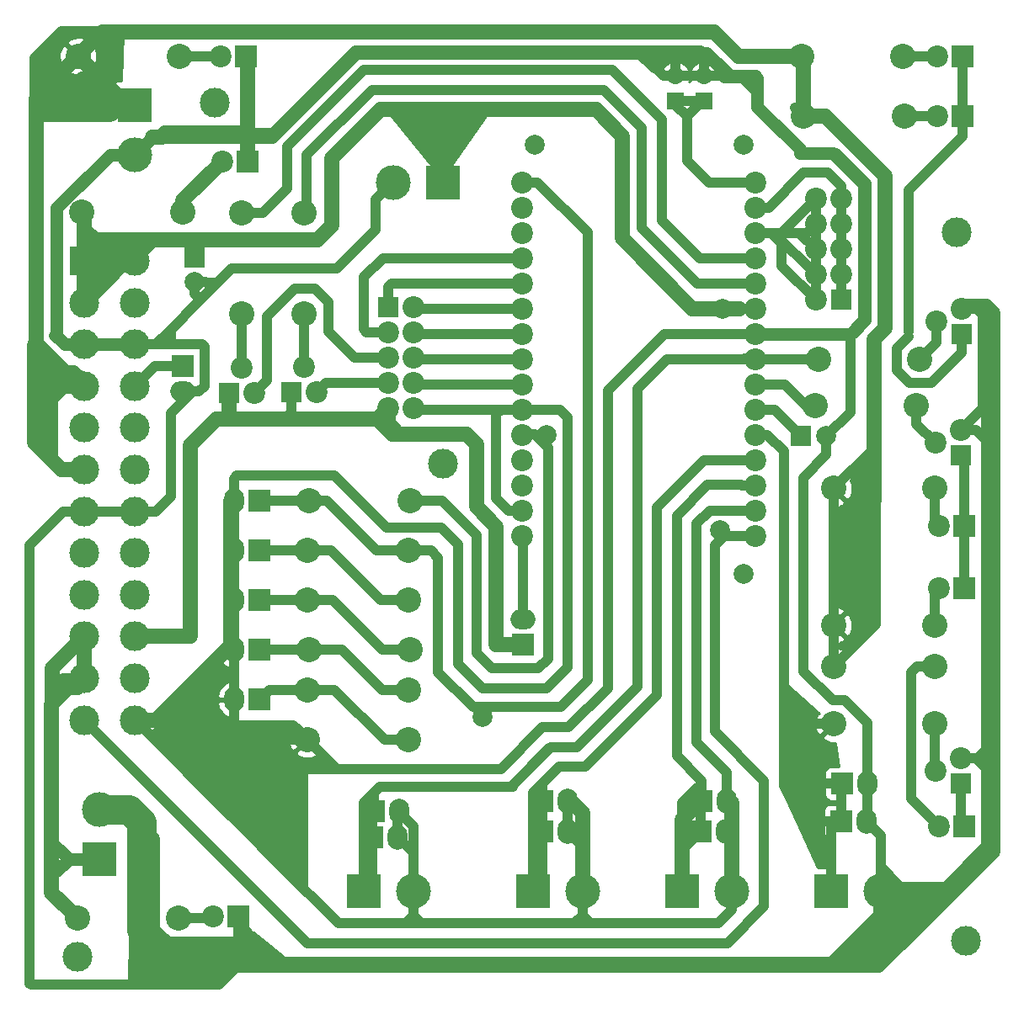
<source format=gbl>
G04 #@! TF.GenerationSoftware,KiCad,Pcbnew,(5.1.2)-2*
G04 #@! TF.CreationDate,2019-11-30T13:38:49+01:00*
G04 #@! TF.ProjectId,poisson2,706f6973-736f-46e3-922e-6b696361645f,rev?*
G04 #@! TF.SameCoordinates,Original*
G04 #@! TF.FileFunction,Copper,L2,Bot*
G04 #@! TF.FilePolarity,Positive*
%FSLAX46Y46*%
G04 Gerber Fmt 4.6, Leading zero omitted, Abs format (unit mm)*
G04 Created by KiCad (PCBNEW (5.1.2)-2) date 2019-11-30 13:38:49*
%MOMM*%
%LPD*%
G04 APERTURE LIST*
%ADD10C,2.000000*%
%ADD11R,2.000000X2.000000*%
%ADD12O,1.700000X1.700000*%
%ADD13R,1.700000X1.700000*%
%ADD14C,2.540000*%
%ADD15R,2.200000X2.200000*%
%ADD16C,2.200000*%
%ADD17C,3.000000*%
%ADD18O,2.500000X2.000000*%
%ADD19C,3.500000*%
%ADD20R,3.500000X3.500000*%
%ADD21O,2.000000X2.500000*%
%ADD22R,2.100000X2.100000*%
%ADD23R,3.000000X3.000000*%
%ADD24C,1.000000*%
%ADD25C,1.500000*%
%ADD26C,3.000000*%
%ADD27C,1.300000*%
%ADD28C,0.254000*%
G04 APERTURE END LIST*
D10*
X95000000Y-127500000D03*
X66000000Y-83750000D03*
D11*
X66000000Y-81250000D03*
D12*
X114350000Y-62960000D03*
D13*
X114350000Y-65500000D03*
D12*
X117250000Y-62960000D03*
D13*
X117250000Y-65500000D03*
D10*
X129540000Y-99250000D03*
D11*
X127000000Y-99250000D03*
D14*
X54700000Y-76700000D03*
X64860000Y-76700000D03*
X54300000Y-61000000D03*
X64460000Y-61000000D03*
X54200000Y-147700000D03*
X64360000Y-147700000D03*
X127040000Y-61000000D03*
X137200000Y-61000000D03*
D15*
X71300000Y-71600000D03*
D16*
X68760000Y-71600000D03*
D15*
X71200000Y-61000000D03*
D16*
X68660000Y-61000000D03*
D15*
X70400000Y-147600000D03*
D16*
X67860000Y-147600000D03*
D17*
X91000000Y-102000000D03*
X68000000Y-65700000D03*
X142600000Y-78700000D03*
X143600000Y-150000000D03*
X54200000Y-151600000D03*
D10*
X119050000Y-86450000D03*
D15*
X64800000Y-92200000D03*
D18*
X64800000Y-94740000D03*
D14*
X128750000Y-91500000D03*
X138910000Y-91500000D03*
D19*
X86000000Y-73700000D03*
D20*
X91000000Y-73700000D03*
D19*
X60000000Y-70900000D03*
D20*
X60000000Y-65900000D03*
D19*
X56400000Y-136800000D03*
D20*
X56400000Y-141800000D03*
D10*
X118800000Y-108700000D03*
D15*
X116900000Y-139000000D03*
D21*
X119440000Y-139000000D03*
D15*
X100960000Y-139000000D03*
D21*
X103500000Y-139000000D03*
D15*
X83900000Y-139600000D03*
D21*
X86440000Y-139600000D03*
D15*
X131100000Y-134200000D03*
D21*
X133640000Y-134200000D03*
D15*
X99000000Y-120250000D03*
D18*
X99000000Y-117710000D03*
D15*
X72500000Y-105750000D03*
D21*
X69960000Y-105750000D03*
D15*
X72500000Y-110750000D03*
D21*
X69960000Y-110750000D03*
D15*
X72500000Y-115750000D03*
D21*
X69960000Y-115750000D03*
D15*
X72500000Y-120750000D03*
D21*
X69960000Y-120750000D03*
D15*
X72500000Y-125750000D03*
D21*
X69960000Y-125750000D03*
D15*
X131000000Y-138000000D03*
D21*
X133540000Y-138000000D03*
D15*
X84000000Y-137000000D03*
D21*
X86540000Y-137000000D03*
D15*
X101000000Y-136000000D03*
D21*
X103540000Y-136000000D03*
D15*
X117000000Y-136000000D03*
D21*
X119540000Y-136000000D03*
D10*
X100200000Y-69900000D03*
X101400000Y-99100000D03*
X121200000Y-113100000D03*
X121200000Y-69900000D03*
D15*
X143400000Y-114500000D03*
D16*
X140860000Y-114500000D03*
D15*
X143400000Y-138500000D03*
D16*
X140860000Y-138500000D03*
D15*
X143400000Y-108250000D03*
D16*
X140860000Y-108250000D03*
D15*
X143200000Y-61000000D03*
D16*
X140660000Y-61000000D03*
D15*
X143200000Y-67000000D03*
D16*
X140660000Y-67000000D03*
D14*
X70750000Y-76750000D03*
X70750000Y-86910000D03*
X130250000Y-118250000D03*
X140410000Y-118250000D03*
X87660000Y-105750000D03*
X77500000Y-105750000D03*
X77340000Y-110750000D03*
X87500000Y-110750000D03*
X77340000Y-115750000D03*
X87500000Y-115750000D03*
X77500000Y-120750000D03*
X87660000Y-120750000D03*
X77340000Y-124750000D03*
X87500000Y-124750000D03*
X77340000Y-129750000D03*
X87500000Y-129750000D03*
X77000000Y-76750000D03*
X77000000Y-86910000D03*
X130250000Y-128200000D03*
X140410000Y-128200000D03*
X130250000Y-122400000D03*
X140410000Y-122400000D03*
X138600000Y-96200000D03*
X128440000Y-96200000D03*
X130250000Y-104500000D03*
X140410000Y-104500000D03*
X127200000Y-67000000D03*
X137360000Y-67000000D03*
D16*
X70770000Y-92345000D03*
X72040000Y-94885000D03*
D22*
X69500000Y-94885000D03*
D16*
X77000000Y-92250000D03*
X78270000Y-94790000D03*
D22*
X75730000Y-94790000D03*
D16*
X140500000Y-132930000D03*
X143040000Y-131660000D03*
D22*
X143040000Y-134200000D03*
D16*
X140500000Y-99900000D03*
X143040000Y-98630000D03*
D22*
X143040000Y-101170000D03*
D16*
X140560000Y-87670000D03*
X143100000Y-86400000D03*
D22*
X143100000Y-88940000D03*
D16*
X88000000Y-96410000D03*
X85460000Y-96410000D03*
X88000000Y-93870000D03*
X85460000Y-93870000D03*
X88000000Y-91330000D03*
X85460000Y-91330000D03*
X88000000Y-88790000D03*
X85460000Y-88790000D03*
X88000000Y-86250000D03*
D11*
X85460000Y-86250000D03*
D16*
X128460000Y-75340000D03*
X131000000Y-75340000D03*
X128460000Y-77880000D03*
X131000000Y-77880000D03*
X128460000Y-80420000D03*
X131000000Y-80420000D03*
X128460000Y-82960000D03*
X131000000Y-82960000D03*
X128460000Y-85500000D03*
D11*
X131000000Y-85500000D03*
D23*
X54900000Y-81600000D03*
D17*
X54900000Y-85800000D03*
X54900000Y-90000000D03*
X54900000Y-94200000D03*
X54900000Y-98400000D03*
X54900000Y-102600000D03*
X54900000Y-106800000D03*
X54900000Y-111000000D03*
X54900000Y-115200000D03*
X54900000Y-119400000D03*
X54900000Y-123600000D03*
X54900000Y-127800000D03*
X60000000Y-81600000D03*
X60000000Y-85800000D03*
X60000000Y-90000000D03*
X60000000Y-94200000D03*
X60000000Y-98400000D03*
X60000000Y-102600000D03*
X60000000Y-106800000D03*
X60000000Y-111000000D03*
X60000000Y-115200000D03*
X60000000Y-119400000D03*
X60000000Y-123600000D03*
X60000000Y-127800000D03*
D20*
X130000000Y-145000000D03*
D19*
X135000000Y-145000000D03*
X88000000Y-145000000D03*
D20*
X83000000Y-145000000D03*
D19*
X105000000Y-145000000D03*
D20*
X100000000Y-145000000D03*
X115000000Y-145000000D03*
D19*
X120000000Y-145000000D03*
D16*
X122430000Y-73700000D03*
X122430000Y-76240000D03*
X122430000Y-78780000D03*
X122430000Y-81320000D03*
X122430000Y-83860000D03*
X122430000Y-86400000D03*
X122430000Y-88940000D03*
X122430000Y-91480000D03*
X122430000Y-94020000D03*
X122430000Y-96560000D03*
X122430000Y-99100000D03*
X122430000Y-101640000D03*
X122430000Y-104180000D03*
X122430000Y-106720000D03*
X122430000Y-109260000D03*
X98935000Y-109260000D03*
X98935000Y-106720000D03*
X98935000Y-104180000D03*
X98935000Y-101640000D03*
X98935000Y-99100000D03*
X98935000Y-96560000D03*
X98935000Y-94020000D03*
X98935000Y-91480000D03*
X98935000Y-88940000D03*
X98935000Y-86400000D03*
X98935000Y-83860000D03*
X98935000Y-81320000D03*
X98935000Y-78780000D03*
X98935000Y-76240000D03*
X98935000Y-73700000D03*
D24*
X143040000Y-138140000D02*
X143400000Y-138500000D01*
X143040000Y-134200000D02*
X143040000Y-138140000D01*
X139760001Y-137400001D02*
X140860000Y-138500000D01*
X138039999Y-135679999D02*
X139760001Y-137400001D01*
X138039999Y-122973950D02*
X138039999Y-135679999D01*
X138613949Y-122400000D02*
X138039999Y-122973950D01*
X140410000Y-122400000D02*
X138613949Y-122400000D01*
X140410000Y-107800000D02*
X140860000Y-108250000D01*
X140410000Y-104500000D02*
X140410000Y-107800000D01*
X143000000Y-101210000D02*
X143040000Y-101170000D01*
X143400000Y-101530000D02*
X143040000Y-101170000D01*
X143400000Y-108250000D02*
X143400000Y-101530000D01*
X143400000Y-108250000D02*
X143400000Y-114500000D01*
X140660000Y-61000000D02*
X137200000Y-61000000D01*
X143200000Y-61000000D02*
X143200000Y-67000000D01*
X137805999Y-76294001D02*
X137805999Y-88729999D01*
X143200000Y-67000000D02*
X143200000Y-69100000D01*
X137805999Y-74494001D02*
X143200000Y-69100000D01*
X137805999Y-76294001D02*
X137805999Y-74494001D01*
X136609999Y-90395999D02*
X137805999Y-89199999D01*
X136609999Y-92604001D02*
X136609999Y-90395999D01*
X137875999Y-93870001D02*
X136609999Y-92604001D01*
X140047601Y-93870001D02*
X137875999Y-93870001D01*
X143100000Y-90817602D02*
X140047601Y-93870001D01*
X143100000Y-88940000D02*
X143100000Y-90817602D01*
X137360000Y-67000000D02*
X140660000Y-67000000D01*
X109000000Y-69050000D02*
X108300000Y-68350000D01*
X90921560Y-105750000D02*
X87660000Y-105750000D01*
X94334989Y-109163428D02*
X90921560Y-105750000D01*
X94334989Y-121084989D02*
X94334989Y-109163428D01*
X101535000Y-121636558D02*
X100571557Y-122600001D01*
X100571557Y-122600001D02*
X95850001Y-122600001D01*
X101535000Y-100391998D02*
X101535000Y-121636558D01*
X95850001Y-122600001D02*
X94334989Y-121084989D01*
X122430000Y-86400000D02*
X116050000Y-86400000D01*
X98935000Y-99100000D02*
X98999999Y-99100000D01*
X100183001Y-99039999D02*
X98935000Y-99039999D01*
X101535000Y-100391998D02*
X100183001Y-99039999D01*
X119240000Y-109260000D02*
X122430000Y-109260000D01*
X118300000Y-110200000D02*
X119240000Y-109260000D01*
X77350012Y-150250012D02*
X119559990Y-150250012D01*
X54900000Y-127800000D02*
X77350012Y-150250012D01*
X119559990Y-150250012D02*
X123250001Y-146560001D01*
X123250001Y-146560001D02*
X123250001Y-133921561D01*
X123250001Y-133921561D02*
X118300000Y-128971560D01*
X118300000Y-128971560D02*
X118300000Y-110200000D01*
X60000000Y-81600000D02*
X62079999Y-79520001D01*
X91000000Y-66700000D02*
X90700000Y-66400000D01*
X91000000Y-73700000D02*
X91000000Y-66700000D01*
X84678440Y-66400000D02*
X90700000Y-66400000D01*
X90700000Y-66400000D02*
X106350000Y-66400000D01*
D25*
X54900000Y-76900000D02*
X54700000Y-76700000D01*
X54900000Y-81600000D02*
X60000000Y-81600000D01*
X59100000Y-81600000D02*
X54900000Y-85800000D01*
X60000000Y-81600000D02*
X59100000Y-81600000D01*
X54900000Y-85800000D02*
X54900000Y-81600000D01*
X54900000Y-81140002D02*
X56520001Y-79520001D01*
X54900000Y-81600000D02*
X54900000Y-81140002D01*
X78329601Y-79520001D02*
X79789220Y-78060382D01*
X79789220Y-78060382D02*
X79789220Y-71289220D01*
X79789220Y-71289220D02*
X84678440Y-66400000D01*
X101700000Y-66400000D02*
X106350000Y-66400000D01*
X84678440Y-66400000D02*
X101700000Y-66400000D01*
X106350000Y-66400000D02*
X109000000Y-69050000D01*
X109000000Y-79350000D02*
X116050000Y-86400000D01*
X109000000Y-69050000D02*
X109000000Y-79350000D01*
X116050000Y-86400000D02*
X120751998Y-86400000D01*
D24*
X62079999Y-79520001D02*
X66020001Y-79520001D01*
X66020001Y-79520001D02*
X78329601Y-79520001D01*
X66000000Y-79540002D02*
X66020001Y-79520001D01*
X66000000Y-81250000D02*
X66000000Y-79540002D01*
X58270001Y-80729999D02*
X56000000Y-83000000D01*
X58270001Y-79520001D02*
X58270001Y-80729999D01*
X62079999Y-79520001D02*
X58270001Y-79520001D01*
X56000000Y-81250000D02*
X57729999Y-79520001D01*
X56000000Y-83000000D02*
X56000000Y-81250000D01*
X57729999Y-79520001D02*
X56520001Y-79520001D01*
X59479999Y-79520001D02*
X58270001Y-80729999D01*
X61020001Y-79520001D02*
X59479999Y-79520001D01*
D25*
X61020001Y-79520001D02*
X78329601Y-79520001D01*
X56520001Y-79520001D02*
X61020001Y-79520001D01*
D24*
X56399999Y-84300001D02*
X56399999Y-84149999D01*
X54900000Y-85800000D02*
X56399999Y-84300001D01*
X56399999Y-84149999D02*
X55750000Y-83500000D01*
X56520001Y-82729999D02*
X56520001Y-79520001D01*
X55750000Y-83500000D02*
X56520001Y-82729999D01*
X56320001Y-79520001D02*
X54900000Y-78100000D01*
X56520001Y-79520001D02*
X56320001Y-79520001D01*
D25*
X54900000Y-81600000D02*
X54900000Y-78100000D01*
X54900000Y-78100000D02*
X54900000Y-76900000D01*
D24*
X122430000Y-88940000D02*
X132260002Y-88940000D01*
X69600000Y-137400000D02*
X68725000Y-136525000D01*
X68725000Y-136525000D02*
X61499999Y-129299999D01*
X77340000Y-129750000D02*
X75250000Y-129750000D01*
X77340000Y-129750000D02*
X74100000Y-129750000D01*
X74250000Y-129750000D02*
X77340000Y-129750000D01*
X70725000Y-138525000D02*
X70710000Y-138510000D01*
X69960000Y-110750000D02*
X69960000Y-105750000D01*
X69960000Y-115750000D02*
X69960000Y-110750000D01*
X69960000Y-120750000D02*
X69960000Y-115750000D01*
X69960000Y-125750000D02*
X69960000Y-120750000D01*
X69960000Y-103889998D02*
X69960000Y-104547919D01*
X69960000Y-104547919D02*
X69960000Y-105750000D01*
X62121320Y-106800000D02*
X63599989Y-105321331D01*
X60000000Y-106800000D02*
X62121320Y-106800000D01*
X96334999Y-105506557D02*
X96334999Y-97035001D01*
X96334999Y-97035001D02*
X96810000Y-96560000D01*
X97548442Y-106720000D02*
X96334999Y-105506557D01*
X98935000Y-106720000D02*
X97548442Y-106720000D01*
X96810000Y-96560000D02*
X88150000Y-96560000D01*
X98935000Y-96560000D02*
X96810000Y-96560000D01*
X74500000Y-142300000D02*
X70725000Y-138525000D01*
X133540000Y-138000000D02*
X133350001Y-138000000D01*
X54900000Y-90000000D02*
X60240002Y-90000000D01*
X69960000Y-127610002D02*
X69960000Y-126952081D01*
X69960000Y-126952081D02*
X69960000Y-125750000D01*
X80450001Y-148250001D02*
X74500000Y-142300000D01*
X74460000Y-142260000D02*
X74500000Y-142300000D01*
X105949999Y-148250001D02*
X118649999Y-148250001D01*
X105350001Y-148250001D02*
X105949999Y-148250001D01*
X105000000Y-145000000D02*
X105000000Y-147474873D01*
X105000000Y-147474873D02*
X105775128Y-148250001D01*
X105775128Y-148250001D02*
X105949999Y-148250001D01*
X103949999Y-148250001D02*
X105350001Y-148250001D01*
X88775128Y-148250001D02*
X103949999Y-148250001D01*
X105000000Y-147474873D02*
X104224872Y-148250001D01*
X104224872Y-148250001D02*
X103949999Y-148250001D01*
X88775128Y-148250001D02*
X87224872Y-148250001D01*
X105000000Y-147474873D02*
X105350001Y-147824874D01*
X105350001Y-147824874D02*
X105350001Y-148250001D01*
X88000000Y-147474873D02*
X88775128Y-148250001D01*
X118649999Y-148250001D02*
X120000000Y-146900000D01*
X120000000Y-146900000D02*
X120000000Y-145000000D01*
X88000000Y-147474873D02*
X87224872Y-148250001D01*
X88000000Y-145000000D02*
X88000000Y-147474873D01*
X87224872Y-148250001D02*
X80450001Y-148250001D01*
X61499999Y-129299999D02*
X60000000Y-127800000D01*
X88150000Y-96560000D02*
X88000000Y-96410000D01*
X88000000Y-145000000D02*
X88000000Y-138460000D01*
X88000000Y-138460000D02*
X86540000Y-137000000D01*
X105000000Y-145000000D02*
X105000000Y-137460000D01*
X105000000Y-137460000D02*
X103540000Y-136000000D01*
X135000000Y-139460000D02*
X133540000Y-138000000D01*
X120000000Y-145000000D02*
X120000000Y-136460000D01*
X120000000Y-136460000D02*
X119540000Y-136000000D01*
X89949999Y-108449999D02*
X89799601Y-108449999D01*
X97850011Y-124600011D02*
X95843129Y-124600011D01*
X90793120Y-108449999D02*
X89949999Y-108449999D01*
X92500010Y-110156889D02*
X90793120Y-108449999D01*
X92500010Y-122171570D02*
X92500010Y-110156889D01*
X94928451Y-124600011D02*
X92500010Y-122171570D01*
X97850011Y-124600011D02*
X94928451Y-124600011D01*
X69960000Y-103500000D02*
X69960000Y-105750000D01*
X70280001Y-103179999D02*
X69960000Y-103500000D01*
X80058439Y-103179999D02*
X70280001Y-103179999D01*
X89949999Y-108449999D02*
X85328439Y-108449999D01*
X85328439Y-108449999D02*
X80058439Y-103179999D01*
X69960000Y-128110002D02*
X69960000Y-128000000D01*
X70199999Y-128350001D02*
X69960000Y-128110002D01*
X75940001Y-128350001D02*
X70199999Y-128350001D01*
X69960000Y-128000000D02*
X69975000Y-128015000D01*
X69960000Y-125750000D02*
X69960000Y-128000000D01*
X70725000Y-138525000D02*
X69975000Y-137775000D01*
X69975000Y-137775000D02*
X69600000Y-137400000D01*
X70000000Y-129750000D02*
X69975000Y-129775000D01*
X77340000Y-129750000D02*
X70000000Y-129750000D01*
X69975000Y-129775000D02*
X69975000Y-137775000D01*
X76025000Y-128975000D02*
X76295000Y-128705000D01*
X69975000Y-128975000D02*
X76025000Y-128975000D01*
X76295000Y-128705000D02*
X75940001Y-128350001D01*
X77340000Y-129750000D02*
X76295000Y-128705000D01*
X69975000Y-128975000D02*
X69975000Y-129775000D01*
X69975000Y-128015000D02*
X69975000Y-128975000D01*
X119540000Y-133040000D02*
X119540000Y-136000000D01*
X116499999Y-129999999D02*
X119540000Y-133040000D01*
X116499999Y-108049999D02*
X116499999Y-129999999D01*
X122430000Y-106720000D02*
X117829998Y-106720000D01*
X117829998Y-106720000D02*
X116499999Y-108049999D01*
X100531443Y-96560000D02*
X98935000Y-96560000D01*
X102760000Y-96560000D02*
X100531443Y-96560000D01*
X103535011Y-97335011D02*
X102760000Y-96560000D01*
X103535011Y-122464988D02*
X103535011Y-97335011D01*
X97850011Y-124600011D02*
X101399988Y-124600011D01*
X101399988Y-124600011D02*
X103535011Y-122464988D01*
X120000000Y-139560000D02*
X119440000Y-139000000D01*
X120000000Y-145000000D02*
X120000000Y-139560000D01*
X105000000Y-140500000D02*
X103500000Y-139000000D01*
X105000000Y-145000000D02*
X105000000Y-140500000D01*
X103500000Y-136040000D02*
X103540000Y-136000000D01*
X103500000Y-139000000D02*
X103500000Y-136040000D01*
X86440000Y-137100000D02*
X86540000Y-137000000D01*
X86440000Y-139600000D02*
X86440000Y-137100000D01*
X88000000Y-141160000D02*
X86440000Y-139600000D01*
X88000000Y-145000000D02*
X88000000Y-141160000D01*
X133600001Y-73803559D02*
X133600001Y-87600001D01*
X133600001Y-87600001D02*
X132260002Y-88940000D01*
X82193147Y-60399970D02*
X116899970Y-60399970D01*
X54900000Y-90000000D02*
X52778680Y-90000000D01*
X52778680Y-90000000D02*
X51899999Y-89121319D01*
X73843116Y-68750000D02*
X82193147Y-60399970D01*
X72250000Y-68750000D02*
X73843116Y-68750000D01*
X71300000Y-69700000D02*
X72250000Y-68750000D01*
X130374873Y-152100000D02*
X135000000Y-147474873D01*
X73000000Y-152100000D02*
X130374873Y-152100000D01*
X70400000Y-147600000D02*
X70400000Y-149500000D01*
X70400000Y-149500000D02*
X71600000Y-150700000D01*
D26*
X71900001Y-151000001D02*
X72000000Y-151100000D01*
X62775999Y-151000001D02*
X71900001Y-151000001D01*
D24*
X72000000Y-151100000D02*
X73000000Y-152100000D01*
X71600000Y-150700000D02*
X72000000Y-151100000D01*
D26*
X56400000Y-136800000D02*
X59400002Y-136800000D01*
X59400002Y-136800000D02*
X60650001Y-138049999D01*
X60650001Y-138049999D02*
X60650001Y-148874003D01*
X60650001Y-148874003D02*
X62775999Y-151000001D01*
D24*
X80315010Y-82384990D02*
X69736330Y-82384990D01*
X84250001Y-78449999D02*
X80315010Y-82384990D01*
X84250001Y-75449999D02*
X84250001Y-78449999D01*
X86000000Y-73700000D02*
X84250001Y-75449999D01*
X71300000Y-69700000D02*
X70350000Y-68750000D01*
X71300000Y-71600000D02*
X71300000Y-69700000D01*
X63599989Y-88699989D02*
X63510660Y-88610660D01*
X63510660Y-88610660D02*
X62121320Y-90000000D01*
X63500000Y-90000000D02*
X60000000Y-90000000D01*
X63599989Y-89900011D02*
X63599989Y-88699989D01*
X103635306Y-128500021D02*
X100993098Y-128500021D01*
X107535029Y-124600298D02*
X103635306Y-128500021D01*
X107535029Y-94636530D02*
X107535029Y-124600298D01*
X96793129Y-132699990D02*
X80289990Y-132699990D01*
X113231559Y-88940000D02*
X107535029Y-94636530D01*
X80289990Y-132699990D02*
X77340000Y-129750000D01*
X122430000Y-88940000D02*
X113231559Y-88940000D01*
X100993098Y-128500021D02*
X96793129Y-132699990D01*
X80289990Y-132699990D02*
X76800010Y-132699990D01*
X119500010Y-63000009D02*
X122399991Y-63000009D01*
X116899970Y-60399970D02*
X119500010Y-63000009D01*
X130536431Y-70739989D02*
X133600001Y-73803559D01*
X126840387Y-70739989D02*
X130536431Y-70739989D01*
X144655634Y-86400000D02*
X143100000Y-86400000D01*
X145250001Y-86994367D02*
X144655634Y-86400000D01*
X145250001Y-96419999D02*
X145250001Y-86994367D01*
X143040000Y-98630000D02*
X145250001Y-96419999D01*
X133640000Y-137900000D02*
X133540000Y-138000000D01*
X133640000Y-134200000D02*
X133640000Y-137900000D01*
X144595634Y-131660000D02*
X144635633Y-131699999D01*
X141080002Y-145000000D02*
X137474873Y-145000000D01*
X144595634Y-131660000D02*
X145600001Y-132664367D01*
X144595634Y-98630000D02*
X143040000Y-98630000D01*
X145600001Y-99634367D02*
X144595634Y-98630000D01*
X145600001Y-133400001D02*
X145600001Y-140480001D01*
X145600001Y-132664367D02*
X145600001Y-133400001D01*
X145600001Y-87359999D02*
X145600001Y-100299999D01*
X144640002Y-86400000D02*
X145600001Y-87359999D01*
X143100000Y-86400000D02*
X144640002Y-86400000D01*
X145600001Y-133400001D02*
X145600001Y-100299999D01*
X145600001Y-100299999D02*
X145600001Y-99634367D01*
X137884872Y-144590001D02*
X130374873Y-152100000D01*
X141490001Y-144590001D02*
X137884872Y-144590001D01*
X141490001Y-144590001D02*
X141080002Y-145000000D01*
X145600001Y-140480001D02*
X141490001Y-144590001D01*
X136990001Y-144590001D02*
X135000000Y-142600000D01*
X137884872Y-144590001D02*
X136990001Y-144590001D01*
X135000000Y-145000000D02*
X135000000Y-142600000D01*
X135000000Y-142600000D02*
X135000000Y-139460000D01*
X133980002Y-152100000D02*
X141490001Y-144590001D01*
X130374873Y-152100000D02*
X133980002Y-152100000D01*
D25*
X62680001Y-69150001D02*
X61749999Y-69150001D01*
X63080002Y-68750000D02*
X62680001Y-69150001D01*
X70350000Y-68750000D02*
X63080002Y-68750000D01*
X65386020Y-152500022D02*
X129974851Y-152500022D01*
X61809999Y-148924001D02*
X65386020Y-152500022D01*
X61809999Y-139735126D02*
X61809999Y-148924001D01*
X58874873Y-136800000D02*
X61809999Y-139735126D01*
X56400000Y-136800000D02*
X58874873Y-136800000D01*
X71300000Y-61100000D02*
X71200000Y-61000000D01*
X71300000Y-71600000D02*
X71300000Y-61100000D01*
D27*
X52445404Y-89454596D02*
X52050000Y-89059192D01*
X52139340Y-89148526D02*
X52445404Y-89454596D01*
X52139340Y-76285787D02*
X52139340Y-89148526D01*
X60000000Y-70900000D02*
X57525127Y-70900000D01*
X57525127Y-70900000D02*
X52139340Y-76285787D01*
X52139340Y-89148531D02*
X52139340Y-89148526D01*
X54900000Y-90000000D02*
X52990809Y-90000000D01*
X52990809Y-90000000D02*
X52139340Y-89148531D01*
X54900000Y-90000000D02*
X60000000Y-90000000D01*
X119853564Y-63000009D02*
X122399991Y-63000009D01*
X117503525Y-60649970D02*
X119853564Y-63000009D01*
X73796669Y-69150001D02*
X82296701Y-60649970D01*
X61749999Y-69150001D02*
X73796669Y-69150001D01*
X60000000Y-70900000D02*
X61749999Y-69150001D01*
X130182878Y-70739989D02*
X126840387Y-70739989D01*
X133350001Y-73907112D02*
X130182878Y-70739989D01*
X133350001Y-87549999D02*
X133350001Y-73907112D01*
X131960000Y-88940000D02*
X133350001Y-87549999D01*
X122430000Y-88940000D02*
X131960000Y-88940000D01*
X122599991Y-66129593D02*
X122599991Y-63200009D01*
X126840387Y-70369989D02*
X122599991Y-66129593D01*
X126840387Y-70739989D02*
X126840387Y-70369989D01*
D24*
X122399991Y-63000009D02*
X122599991Y-63200009D01*
X63599989Y-96940011D02*
X65800000Y-94740000D01*
X63599989Y-105321331D02*
X63599989Y-96940011D01*
X62121320Y-90000000D02*
X60000000Y-90000000D01*
X66780002Y-90000000D02*
X62121320Y-90000000D01*
X67000001Y-90219999D02*
X66780002Y-90000000D01*
X67000001Y-94180001D02*
X67000001Y-90219999D01*
X66440002Y-94740000D02*
X67000001Y-94180001D01*
X64800000Y-94740000D02*
X66440002Y-94740000D01*
X137474873Y-145000000D02*
X135000000Y-145000000D01*
D25*
X145550001Y-86139999D02*
X143100000Y-86139999D01*
X146250001Y-86839999D02*
X145550001Y-86139999D01*
X135000000Y-145000000D02*
X142250002Y-145000000D01*
X142250002Y-145000000D02*
X146250001Y-141000001D01*
X134749980Y-152500022D02*
X142250002Y-145000000D01*
X129974851Y-152500022D02*
X134749980Y-152500022D01*
X135000000Y-147474873D02*
X129974851Y-152500022D01*
X135000000Y-145000000D02*
X135000000Y-147474873D01*
X105000000Y-137149999D02*
X103850001Y-136000000D01*
X105000000Y-145000000D02*
X105000000Y-137149999D01*
X120000000Y-136149999D02*
X119850001Y-136000000D01*
X120000000Y-145000000D02*
X120000000Y-136149999D01*
X69649999Y-108250001D02*
X69649999Y-105750000D01*
X69649999Y-120271321D02*
X69649999Y-108250001D01*
X60000000Y-127800000D02*
X62121320Y-127800000D01*
X62121320Y-127800000D02*
X69649999Y-120271321D01*
D24*
X60000000Y-106800000D02*
X54900000Y-106800000D01*
X49549990Y-154449990D02*
X68450012Y-154449990D01*
X49399990Y-154299990D02*
X49549990Y-154449990D01*
X49399990Y-110178690D02*
X49399990Y-154299990D01*
X54900000Y-106800000D02*
X52778680Y-106800000D01*
X52778680Y-106800000D02*
X49399990Y-110178690D01*
X69300001Y-153600001D02*
X65600001Y-153600001D01*
X69300001Y-153600001D02*
X71900001Y-151000001D01*
X68450012Y-154449990D02*
X69300001Y-153600001D01*
X143040000Y-131660000D02*
X144595634Y-131660000D01*
X144740000Y-131660000D02*
X146250001Y-130149999D01*
X144595634Y-131660000D02*
X144740000Y-131660000D01*
D25*
X146250001Y-141000001D02*
X146250001Y-130149999D01*
X146250001Y-130149999D02*
X146250001Y-86839999D01*
D24*
X70400000Y-147600000D02*
X70400000Y-148300000D01*
X70400000Y-148300000D02*
X71300000Y-149200000D01*
X133640000Y-134200000D02*
X133640000Y-128082398D01*
X133640000Y-128082398D02*
X131387601Y-125829999D01*
X131387601Y-125829999D02*
X130172397Y-125829999D01*
X130172397Y-125829999D02*
X127230009Y-122887611D01*
X131960000Y-96830000D02*
X129540000Y-99250000D01*
X131960000Y-88940000D02*
X131960000Y-96830000D01*
X127230009Y-103419993D02*
X127230009Y-122887611D01*
X129540000Y-101110002D02*
X127230009Y-103419993D01*
X129540000Y-99250000D02*
X129540000Y-101110002D01*
X114350030Y-61757889D02*
X114350030Y-60649970D01*
X114350000Y-61757919D02*
X114350030Y-61757889D01*
X114350000Y-62960000D02*
X114350000Y-61757919D01*
D27*
X114350030Y-60649970D02*
X117503525Y-60649970D01*
D24*
X119290009Y-63250009D02*
X119000000Y-62960000D01*
X121150011Y-63250009D02*
X119290009Y-63250009D01*
X122599991Y-64699989D02*
X121150011Y-63250009D01*
X122599991Y-66129593D02*
X122599991Y-64699989D01*
X117250000Y-62960000D02*
X114350000Y-62960000D01*
X117250000Y-60903495D02*
X117326748Y-60826747D01*
X117250000Y-62960000D02*
X117250000Y-60903495D01*
X66435660Y-85317030D02*
X66435660Y-85685660D01*
X66000000Y-84881370D02*
X66435660Y-85317030D01*
X66000000Y-83750000D02*
X66000000Y-84881370D01*
X66435660Y-85685660D02*
X63510660Y-88610660D01*
X67192030Y-83810660D02*
X68310660Y-83810660D01*
X67131370Y-83750000D02*
X67192030Y-83810660D01*
X66000000Y-83750000D02*
X67131370Y-83750000D01*
X69736330Y-82384990D02*
X68310660Y-83810660D01*
X68310660Y-83810660D02*
X66435660Y-85685660D01*
X119460001Y-62960000D02*
X117250000Y-62960000D01*
X119500010Y-63000009D02*
X119460001Y-62960000D01*
X112399970Y-62212051D02*
X112399970Y-60649970D01*
X113147919Y-62960000D02*
X112399970Y-62212051D01*
X114350000Y-62960000D02*
X113147919Y-62960000D01*
D27*
X112399970Y-60649970D02*
X114350030Y-60649970D01*
D24*
X112212051Y-62212051D02*
X110649970Y-60649970D01*
X112399970Y-62212051D02*
X112212051Y-62212051D01*
D27*
X82296701Y-60649970D02*
X110649970Y-60649970D01*
X110649970Y-60649970D02*
X112399970Y-60649970D01*
D24*
X86751999Y-99010001D02*
X85860003Y-99010001D01*
X69509999Y-97509999D02*
X68240001Y-97509999D01*
X75240001Y-97509999D02*
X69509999Y-97509999D01*
X69500000Y-94885000D02*
X69500000Y-96885000D01*
X69500000Y-96885000D02*
X69509999Y-96894999D01*
X69509999Y-96894999D02*
X69509999Y-97509999D01*
X126400001Y-66200001D02*
X127200000Y-67000000D01*
X85460000Y-97718002D02*
X86751999Y-99010001D01*
X85460000Y-97718002D02*
X85460000Y-96410000D01*
X75740001Y-97509999D02*
X75240001Y-97509999D01*
X84360001Y-97509999D02*
X75740001Y-97509999D01*
X75730000Y-94790000D02*
X75730000Y-97499998D01*
X75730000Y-97499998D02*
X75740001Y-97509999D01*
X75500000Y-97250000D02*
X75240001Y-97509999D01*
X92844990Y-99010001D02*
X86751999Y-99010001D01*
X56800011Y-58499989D02*
X54300000Y-61000000D01*
X49899989Y-91321309D02*
X52778680Y-94200000D01*
X54300000Y-61000000D02*
X49899989Y-65400011D01*
X52600011Y-58499989D02*
X56800011Y-58499989D01*
X49899989Y-65400011D02*
X49899989Y-61200011D01*
X49899989Y-61200011D02*
X52600011Y-58499989D01*
X56999989Y-62550011D02*
X56999989Y-58499989D01*
X56900000Y-62650000D02*
X56999989Y-62550011D01*
X56900000Y-65400000D02*
X56900000Y-62650000D01*
X56999989Y-58499989D02*
X56800011Y-58499989D01*
X54149989Y-65400011D02*
X49899989Y-65400011D01*
X54150000Y-65400000D02*
X54149989Y-65400011D01*
X56900000Y-65400000D02*
X54150000Y-65400000D01*
X56900000Y-65400000D02*
X56900000Y-65300000D01*
X56900000Y-65300000D02*
X54700000Y-63100000D01*
X56900000Y-62650000D02*
X56650000Y-62650000D01*
X56650000Y-62650000D02*
X54400000Y-64900000D01*
X54400000Y-64900000D02*
X54600000Y-64700000D01*
X54600000Y-64700000D02*
X54600000Y-63800000D01*
X117828430Y-58499989D02*
X56999989Y-58499989D01*
X120328441Y-61000000D02*
X117828430Y-58499989D01*
X127040000Y-61000000D02*
X120328441Y-61000000D01*
X129624882Y-67000000D02*
X127200000Y-67000000D01*
X135600011Y-72975128D02*
X129624882Y-67000000D01*
X135600011Y-88577546D02*
X135600011Y-72975128D01*
X134500000Y-89677557D02*
X135600011Y-88577546D01*
X134456051Y-107340000D02*
X134500000Y-107340000D01*
X130250000Y-109750000D02*
X130250000Y-113750000D01*
X134500000Y-109500000D02*
X130250000Y-113750000D01*
X134500000Y-107340000D02*
X134500000Y-109500000D01*
X130250000Y-113750000D02*
X130250000Y-122400000D01*
X134500000Y-118150000D02*
X130250000Y-122400000D01*
X134500000Y-109500000D02*
X134500000Y-118150000D01*
X134500000Y-105200000D02*
X134500000Y-105500000D01*
X134500000Y-105200000D02*
X134500000Y-89677557D01*
X134500000Y-107340000D02*
X134500000Y-105200000D01*
X51500000Y-92921320D02*
X49899989Y-91321309D01*
X51500000Y-100900000D02*
X51500000Y-92921320D01*
X51500000Y-100900000D02*
X51500000Y-101500000D01*
X51500000Y-95478680D02*
X51500000Y-100900000D01*
X49899989Y-99899989D02*
X52000000Y-102000000D01*
X49899989Y-90800011D02*
X49899989Y-99899989D01*
X51500000Y-101500000D02*
X52000000Y-102000000D01*
X49899989Y-90800011D02*
X49899989Y-91321309D01*
X49899989Y-65400011D02*
X49899989Y-90800011D01*
X57250000Y-65900000D02*
X54850000Y-63500000D01*
X60000000Y-65900000D02*
X57250000Y-65900000D01*
X54850000Y-63500000D02*
X53100000Y-63500000D01*
X60000000Y-65900000D02*
X59500000Y-65900000D01*
X59500000Y-65900000D02*
X57400000Y-63800000D01*
X60000000Y-65900000D02*
X58900000Y-65900000D01*
X58900000Y-65900000D02*
X57800000Y-67000000D01*
D25*
X53500001Y-61799999D02*
X54300000Y-61000000D01*
X50049990Y-65250010D02*
X53500001Y-61799999D01*
X50049990Y-89887622D02*
X50049990Y-65250010D01*
X53850001Y-92850001D02*
X53012369Y-92850001D01*
X54900000Y-93900000D02*
X53850001Y-92850001D01*
X54900000Y-94200000D02*
X54900000Y-93900000D01*
X52600000Y-102600000D02*
X52000000Y-102000000D01*
X54900000Y-102600000D02*
X52600000Y-102600000D01*
X52600000Y-102600000D02*
X49899989Y-99899989D01*
X49899989Y-90037623D02*
X50049990Y-89887622D01*
X49899989Y-99899989D02*
X49899989Y-90037623D01*
X51500000Y-95478680D02*
X51500000Y-101500000D01*
X52778680Y-94200000D02*
X51500000Y-95478680D01*
X54900000Y-94200000D02*
X52778680Y-94200000D01*
X51181184Y-98618794D02*
X49899989Y-99899989D01*
X51181184Y-91018816D02*
X51181184Y-98618794D01*
X51181184Y-91018816D02*
X50049990Y-89887622D01*
X53012369Y-92850001D02*
X51181184Y-91018816D01*
X59200000Y-65900000D02*
X54300000Y-61000000D01*
X60000000Y-65900000D02*
X59200000Y-65900000D01*
X128996051Y-67000000D02*
X127200000Y-67000000D01*
X129412750Y-67000000D02*
X128996051Y-67000000D01*
X135450010Y-73037260D02*
X129412750Y-67000000D01*
X135450010Y-88366300D02*
X135450010Y-73037260D01*
X134300000Y-89516310D02*
X135450010Y-88366300D01*
X127200000Y-61160000D02*
X127040000Y-61000000D01*
X127200000Y-67000000D02*
X127200000Y-61160000D01*
X55099999Y-60200001D02*
X54300000Y-61000000D01*
X56750040Y-58549960D02*
X55099999Y-60200001D01*
X118231955Y-58549960D02*
X56750040Y-58549960D01*
X120681994Y-60999999D02*
X118231955Y-58549960D01*
X127040000Y-61000000D02*
X120681994Y-60999999D01*
X85460000Y-96410000D02*
X84360001Y-97509999D01*
X69500000Y-97435000D02*
X69574999Y-97509999D01*
X69500000Y-94885000D02*
X69500000Y-97435000D01*
X69574999Y-97509999D02*
X68240001Y-97509999D01*
X68240001Y-97509999D02*
X65600000Y-100150000D01*
X65600000Y-100150000D02*
X65600000Y-119400000D01*
X65600000Y-119400000D02*
X60000000Y-119400000D01*
X86504367Y-99010001D02*
X92844990Y-99010001D01*
X85460000Y-97965634D02*
X86504367Y-99010001D01*
X85460000Y-96410000D02*
X85460000Y-97965634D01*
X85860003Y-99010001D02*
X84360001Y-97509999D01*
X86504367Y-99010001D02*
X85860003Y-99010001D01*
X94334989Y-100034989D02*
X94334989Y-106334988D01*
X93310001Y-99010001D02*
X94334989Y-100034989D01*
X92844990Y-99010001D02*
X93310001Y-99010001D01*
X94334989Y-106334988D02*
X96335000Y-108334999D01*
X96400000Y-120250000D02*
X99000000Y-120250000D01*
X96335000Y-120185000D02*
X96400000Y-120250000D01*
X96335000Y-108334999D02*
X96335000Y-120185000D01*
D24*
X75390001Y-97179999D02*
X75390001Y-97509999D01*
X75730000Y-96840000D02*
X75390001Y-97179999D01*
X75730000Y-94790000D02*
X75730000Y-96840000D01*
D25*
X84360001Y-97509999D02*
X75390001Y-97509999D01*
X75390001Y-97509999D02*
X69574999Y-97509999D01*
D24*
X130250000Y-104500000D02*
X134300000Y-100450000D01*
D25*
X134300000Y-105700000D02*
X134300000Y-100450000D01*
X134300000Y-100450000D02*
X134300000Y-89516310D01*
D24*
X130250000Y-106296051D02*
X130250000Y-122400000D01*
X130250000Y-104500000D02*
X130250000Y-106296051D01*
X52778680Y-123600000D02*
X54900000Y-123600000D01*
X51700000Y-124678680D02*
X52778680Y-123600000D01*
X54200000Y-147700000D02*
X51700000Y-145200000D01*
X51700000Y-124678680D02*
X51700000Y-122600000D01*
X51700000Y-145200000D02*
X51700000Y-141800000D01*
X51700000Y-141800000D02*
X51700000Y-124678680D01*
D25*
X53400001Y-146900001D02*
X54200000Y-147700000D01*
X51649999Y-145149999D02*
X53400001Y-146900001D01*
X53339999Y-124549999D02*
X51649999Y-126239999D01*
X54250001Y-124549999D02*
X53339999Y-124549999D01*
X54900000Y-123900000D02*
X54250001Y-124549999D01*
X54900000Y-123600000D02*
X54900000Y-123900000D01*
X54900000Y-119400000D02*
X51700000Y-122600000D01*
X51700000Y-126189998D02*
X51649999Y-126239999D01*
X51700000Y-122600000D02*
X51700000Y-126189998D01*
X54900000Y-119400000D02*
X54900000Y-123600000D01*
D27*
X52150001Y-142999999D02*
X51649999Y-142999999D01*
X53350000Y-141800000D02*
X52150001Y-142999999D01*
D25*
X51649999Y-142999999D02*
X51649999Y-145149999D01*
D27*
X51649999Y-140099999D02*
X51649999Y-139199999D01*
X53350000Y-141800000D02*
X51649999Y-140099999D01*
X56400000Y-141800000D02*
X53350000Y-141800000D01*
D25*
X51649999Y-126239999D02*
X51649999Y-139199999D01*
X51649999Y-139199999D02*
X51649999Y-142999999D01*
D24*
X62000000Y-92200000D02*
X60000000Y-94200000D01*
X64800000Y-92200000D02*
X62000000Y-92200000D01*
X105535021Y-98735138D02*
X105535019Y-123771867D01*
X105535019Y-123771867D02*
X102806875Y-126500011D01*
X102806875Y-126500011D02*
X94671569Y-126500011D01*
X105535021Y-78744387D02*
X105535021Y-98735138D01*
X100490634Y-73700000D02*
X105535021Y-78744387D01*
X98935000Y-73700000D02*
X100490634Y-73700000D01*
X72500000Y-105750000D02*
X77500000Y-105750000D01*
X89796051Y-110750000D02*
X88000000Y-110750000D01*
X90500000Y-111453949D02*
X89796051Y-110750000D01*
X90500000Y-123000000D02*
X90500000Y-111453949D01*
X102806875Y-126500011D02*
X94000011Y-126500011D01*
X94000011Y-126500011D02*
X90500000Y-123000000D01*
X85703949Y-110750000D02*
X87500000Y-110750000D01*
X84296051Y-110750000D02*
X85703949Y-110750000D01*
X79296051Y-105750000D02*
X84296051Y-110750000D01*
X77500000Y-105750000D02*
X79296051Y-105750000D01*
X84700000Y-115750000D02*
X79700000Y-110750000D01*
X87500000Y-115750000D02*
X84700000Y-115750000D01*
X79700000Y-110750000D02*
X77340000Y-110750000D01*
X72500000Y-110750000D02*
X77340000Y-110750000D01*
X84900000Y-120750000D02*
X79900000Y-115750000D01*
X87660000Y-120750000D02*
X84900000Y-120750000D01*
X79900000Y-115750000D02*
X77340000Y-115750000D01*
X72500000Y-115750000D02*
X77340000Y-115750000D01*
X72500000Y-120750000D02*
X77500000Y-120750000D01*
X84850000Y-124750000D02*
X87500000Y-124750000D01*
X77500000Y-120750000D02*
X80850000Y-120750000D01*
X80850000Y-120750000D02*
X84850000Y-124750000D01*
X85100000Y-129750000D02*
X80100000Y-124750000D01*
X80100000Y-124750000D02*
X77340000Y-124750000D01*
X87500000Y-129750000D02*
X85100000Y-129750000D01*
X73500000Y-124750000D02*
X72500000Y-125750000D01*
X77340000Y-124750000D02*
X73500000Y-124750000D01*
X122430000Y-78780000D02*
X125020000Y-78780000D01*
X125020000Y-78780000D02*
X128460000Y-75340000D01*
X128460000Y-75340000D02*
X128460000Y-77880000D01*
X128460000Y-77880000D02*
X128460000Y-80420000D01*
X128460000Y-80420000D02*
X128460000Y-82960000D01*
X128460000Y-82960000D02*
X128460000Y-85500000D01*
X127560000Y-78780000D02*
X122430000Y-78780000D01*
X128460000Y-77880000D02*
X127560000Y-78780000D01*
X126820000Y-78780000D02*
X122430000Y-78780000D01*
X128460000Y-80420000D02*
X126820000Y-78780000D01*
X124280000Y-78780000D02*
X122430000Y-78780000D01*
X128460000Y-82960000D02*
X124280000Y-78780000D01*
X123985634Y-78780000D02*
X122430000Y-78780000D01*
X125030001Y-79824367D02*
X123985634Y-78780000D01*
X128460000Y-85500000D02*
X125030001Y-82070001D01*
X125030001Y-82070001D02*
X125030001Y-79824367D01*
X123711998Y-76240000D02*
X127211999Y-72739999D01*
X122430000Y-76240000D02*
X123711998Y-76240000D01*
X127211999Y-72739999D02*
X129708001Y-72739999D01*
X129708001Y-72739999D02*
X131000000Y-74031998D01*
X131000000Y-74031998D02*
X131000000Y-75340000D01*
X131000000Y-77880000D02*
X131000000Y-75340000D01*
X131000000Y-85500000D02*
X131000000Y-82960000D01*
X131000000Y-82960000D02*
X131000000Y-80420000D01*
X131000000Y-80420000D02*
X131000000Y-77880000D01*
X83000000Y-83250000D02*
X83000000Y-88490002D01*
X83000000Y-88490002D02*
X83299998Y-88790000D01*
X83299998Y-88790000D02*
X83904366Y-88790000D01*
X83904366Y-88790000D02*
X85460000Y-88790000D01*
X83540000Y-88790000D02*
X85460000Y-88790000D01*
X84930000Y-81320000D02*
X83000000Y-83250000D01*
X98935000Y-81320000D02*
X84930000Y-81320000D01*
X78135000Y-84385000D02*
X76120998Y-84385000D01*
X76120998Y-84385000D02*
X73300001Y-87205997D01*
X73300001Y-87205997D02*
X73300001Y-93624999D01*
X73300001Y-93624999D02*
X72939999Y-93985001D01*
X72939999Y-93985001D02*
X72040000Y-94885000D01*
X82080000Y-91330000D02*
X79500000Y-88750000D01*
X85460000Y-91330000D02*
X82080000Y-91330000D01*
X79500000Y-88750000D02*
X79500000Y-85750000D01*
X79500000Y-85750000D02*
X78135000Y-84385000D01*
X72040000Y-94885000D02*
X72050001Y-94885000D01*
X85460000Y-93870000D02*
X79190000Y-93870000D01*
X79190000Y-93870000D02*
X78270000Y-94790000D01*
X98935000Y-94020000D02*
X88150000Y-94020000D01*
X88150000Y-94020000D02*
X88000000Y-93870000D01*
X98935000Y-91480000D02*
X88150000Y-91480000D01*
X88150000Y-91480000D02*
X88000000Y-91330000D01*
X98935000Y-88940000D02*
X88150000Y-88940000D01*
X88150000Y-88940000D02*
X88000000Y-88790000D01*
X98935000Y-86400000D02*
X88150000Y-86400000D01*
X88150000Y-86400000D02*
X88000000Y-86250000D01*
X130200000Y-138000000D02*
X129150000Y-138000000D01*
X131000000Y-138000000D02*
X130200000Y-138000000D01*
X130000000Y-145000000D02*
X130000000Y-138200000D01*
X130000000Y-138200000D02*
X130200000Y-138000000D01*
X131000000Y-144000000D02*
X130000000Y-145000000D01*
X123350000Y-99100000D02*
X122430000Y-99100000D01*
X128000000Y-137100000D02*
X128900000Y-138000000D01*
X131000000Y-134300000D02*
X131100000Y-134200000D01*
X131000000Y-138000000D02*
X131000000Y-134300000D01*
X129250000Y-134200000D02*
X131100000Y-134200000D01*
X125229999Y-130179999D02*
X129250000Y-134200000D01*
X125250000Y-104150398D02*
X125229999Y-104170399D01*
X123600000Y-99100000D02*
X125250000Y-100750000D01*
X125250000Y-100750000D02*
X125250000Y-104150398D01*
X125500000Y-126900000D02*
X125229999Y-126629999D01*
X125229999Y-104170399D02*
X125229999Y-126629999D01*
X125459998Y-128200000D02*
X125229999Y-127970001D01*
X130250000Y-128200000D02*
X125459998Y-128200000D01*
X125229999Y-126629999D02*
X125229999Y-127970001D01*
X125229999Y-127970001D02*
X125229999Y-130179999D01*
X125229999Y-134329999D02*
X125229999Y-130179999D01*
X128900000Y-138000000D02*
X125229999Y-134329999D01*
X131000000Y-138000000D02*
X128900000Y-138000000D01*
X128750000Y-91500000D02*
X122450000Y-91500000D01*
X122450000Y-91500000D02*
X122430000Y-91480000D01*
X97999990Y-134321569D02*
X101571569Y-130749990D01*
X84000000Y-135150000D02*
X84650000Y-134500000D01*
X83000000Y-145000000D02*
X83000000Y-136150000D01*
X83000000Y-136150000D02*
X84000000Y-135150000D01*
X84000000Y-137000000D02*
X84000000Y-135150000D01*
X121352370Y-91480000D02*
X121322370Y-91450000D01*
X122430000Y-91480000D02*
X121352370Y-91480000D01*
X83500000Y-137000000D02*
X83000000Y-137500000D01*
X83000000Y-137500000D02*
X83000000Y-145000000D01*
X84000000Y-137000000D02*
X83500000Y-137000000D01*
X101571569Y-130749990D02*
X101821527Y-130500032D01*
X101571569Y-130749990D02*
X101821528Y-130500031D01*
X101821527Y-130500032D02*
X97999990Y-134321569D01*
X104463735Y-130500032D02*
X101821527Y-130500032D01*
X110499989Y-124463778D02*
X104463735Y-130500032D01*
X110499990Y-124463778D02*
X110499989Y-124463778D01*
X110499990Y-94500010D02*
X113520000Y-91480000D01*
X110499990Y-124463778D02*
X110499990Y-94500010D01*
X104463737Y-130500031D02*
X110499990Y-124463778D01*
X113520000Y-91480000D02*
X120070000Y-91480000D01*
X101821528Y-130500031D02*
X104463737Y-130500031D01*
X97999990Y-134321569D02*
X101821528Y-130500031D01*
X120070000Y-91480000D02*
X121352370Y-91480000D01*
X97999990Y-134500000D02*
X97999990Y-134321569D01*
X83900000Y-137100000D02*
X84000000Y-137000000D01*
X83900000Y-139600000D02*
X83900000Y-137100000D01*
X83900000Y-144100000D02*
X83000000Y-145000000D01*
X83900000Y-139600000D02*
X83900000Y-144100000D01*
X101821529Y-130500031D02*
X104463737Y-130500031D01*
X97821560Y-134500000D02*
X101821529Y-130500031D01*
X96000000Y-134500000D02*
X97821560Y-134500000D01*
X96000000Y-134500000D02*
X97999990Y-134500000D01*
X84650000Y-134500000D02*
X96000000Y-134500000D01*
X100000000Y-145000000D02*
X100000000Y-135150000D01*
X100000000Y-135150000D02*
X101000000Y-134150000D01*
X101000000Y-134150000D02*
X101000000Y-136000000D01*
X100000000Y-136000000D02*
X100000000Y-145000000D01*
X101000000Y-136000000D02*
X100000000Y-136000000D01*
X102649958Y-132500042D02*
X101000000Y-134150000D01*
X122430000Y-101640000D02*
X117253115Y-101640000D01*
X117253115Y-101640000D02*
X112500000Y-106393115D01*
X100960000Y-136040000D02*
X101000000Y-136000000D01*
X100960000Y-139000000D02*
X100960000Y-136040000D01*
X100960000Y-144040000D02*
X100000000Y-145000000D01*
X100960000Y-139000000D02*
X100960000Y-144040000D01*
X112500000Y-125292209D02*
X105292168Y-132500041D01*
X112500000Y-106393115D02*
X112500000Y-125292209D01*
X105292168Y-132500041D02*
X102649959Y-132500041D01*
X102649959Y-132500041D02*
X102525000Y-132625000D01*
X117000000Y-134600000D02*
X117000000Y-136000000D01*
X115000000Y-145000000D02*
X115000000Y-136150000D01*
X115000000Y-136150000D02*
X116550000Y-134600000D01*
X116550000Y-134600000D02*
X117000000Y-134600000D01*
X120984351Y-104150000D02*
X119300000Y-104150000D01*
X122430000Y-104180000D02*
X121014351Y-104180000D01*
X121014351Y-104180000D02*
X120984351Y-104150000D01*
X116000000Y-136000000D02*
X115000000Y-137000000D01*
X115000000Y-137000000D02*
X115000000Y-145000000D01*
X117000000Y-136000000D02*
X116000000Y-136000000D01*
X117571556Y-104150000D02*
X119300000Y-104150000D01*
X114499989Y-107221567D02*
X117571556Y-104150000D01*
X114499989Y-131399989D02*
X114499989Y-107221567D01*
X117000000Y-133900000D02*
X114499989Y-131399989D01*
X117000000Y-136000000D02*
X117000000Y-133900000D01*
X116900000Y-136100000D02*
X117000000Y-136000000D01*
X116900000Y-139000000D02*
X116900000Y-136100000D01*
X115000000Y-140900000D02*
X116900000Y-139000000D01*
X115000000Y-145000000D02*
X115000000Y-140900000D01*
D25*
X115000000Y-137789990D02*
X116789990Y-136000000D01*
X115000000Y-145000000D02*
X115000000Y-137789990D01*
D24*
X77000000Y-86910000D02*
X77000000Y-92250000D01*
X70770000Y-92345000D02*
X70770000Y-86930000D01*
X70770000Y-86930000D02*
X70750000Y-86910000D01*
X140410000Y-132840000D02*
X140500000Y-132930000D01*
X140410000Y-128200000D02*
X140410000Y-132840000D01*
X138250000Y-96750000D02*
X138615000Y-96750000D01*
X138600000Y-98000000D02*
X140500000Y-99900000D01*
X138600000Y-96200000D02*
X138600000Y-98000000D01*
X138940000Y-91530000D02*
X138910000Y-91500000D01*
X140560000Y-89850000D02*
X140560000Y-87670000D01*
X138910000Y-91500000D02*
X140560000Y-89850000D01*
X116531558Y-83860000D02*
X122430000Y-83860000D01*
X110999989Y-78328431D02*
X116531558Y-83860000D01*
X77000000Y-76750000D02*
X77299991Y-76450009D01*
X77299991Y-76450009D02*
X77299991Y-70950009D01*
X77299991Y-70950009D02*
X83850009Y-64399990D01*
X83850009Y-64399990D02*
X107178431Y-64399990D01*
X107178431Y-64399990D02*
X110999989Y-68221548D01*
X110999989Y-68221548D02*
X110999989Y-78328431D01*
X112999999Y-67393117D02*
X112999999Y-77500001D01*
X70750000Y-76750000D02*
X72900398Y-76750000D01*
X72900398Y-76750000D02*
X75299980Y-74350418D01*
X116819998Y-81320000D02*
X122430000Y-81320000D01*
X75299980Y-74350418D02*
X75299980Y-70121577D01*
X112999999Y-77500001D02*
X116819998Y-81320000D01*
X75299980Y-70121577D02*
X83021578Y-62399980D01*
X83021578Y-62399980D02*
X108006863Y-62399980D01*
X108006863Y-62399980D02*
X112999999Y-67393117D01*
X128090000Y-96750000D02*
X125360000Y-94020000D01*
X125360000Y-94020000D02*
X122430000Y-94020000D01*
X122660000Y-94250000D02*
X122430000Y-94020000D01*
X140410000Y-114950000D02*
X140860000Y-114500000D01*
X140410000Y-118250000D02*
X140410000Y-114950000D01*
X99000000Y-117710000D02*
X99000000Y-109325000D01*
X99000000Y-109325000D02*
X98935000Y-109260000D01*
X98935000Y-83860000D02*
X85850000Y-83860000D01*
X85850000Y-83860000D02*
X85460000Y-84250000D01*
X85460000Y-84250000D02*
X85460000Y-86250000D01*
X67760000Y-147700000D02*
X67860000Y-147600000D01*
X64360000Y-147700000D02*
X67760000Y-147700000D01*
X64460000Y-61000000D02*
X68660000Y-61000000D01*
X68560000Y-71800000D02*
X68760000Y-71600000D01*
D25*
X64860000Y-75500000D02*
X68760000Y-71600000D01*
X64860000Y-76700000D02*
X64860000Y-75500000D01*
D24*
X114350000Y-65914677D02*
X115500000Y-67064677D01*
X114350000Y-65500000D02*
X114350000Y-65914677D01*
X115500000Y-67064677D02*
X115500000Y-71500000D01*
X117700000Y-73700000D02*
X122430000Y-73700000D01*
X115500000Y-71500000D02*
X117700000Y-73700000D01*
X114350000Y-65500000D02*
X117250000Y-65500000D01*
X117064677Y-65500000D02*
X115500000Y-67064677D01*
X117250000Y-65500000D02*
X117064677Y-65500000D01*
X124310000Y-96560000D02*
X127000000Y-99250000D01*
X122430000Y-96560000D02*
X124310000Y-96560000D01*
D28*
G36*
X56102984Y-58903946D02*
G01*
X55399758Y-59561803D01*
X55319924Y-59380129D01*
X54984305Y-59212277D01*
X54622389Y-59113126D01*
X54248084Y-59086486D01*
X53875773Y-59133382D01*
X53519765Y-59252012D01*
X53280076Y-59380129D01*
X53151753Y-59672148D01*
X54181277Y-60701672D01*
X53995685Y-60875290D01*
X52972148Y-59851753D01*
X52680129Y-59980076D01*
X52512277Y-60315695D01*
X52413126Y-60677611D01*
X52386486Y-61051916D01*
X52433382Y-61424227D01*
X52552012Y-61780235D01*
X52680129Y-62019924D01*
X52742713Y-62047426D01*
X50310888Y-64322359D01*
X50130046Y-61248044D01*
X52649844Y-58631330D01*
X56102984Y-58903946D01*
X56102984Y-58903946D01*
G37*
X56102984Y-58903946D02*
X55399758Y-59561803D01*
X55319924Y-59380129D01*
X54984305Y-59212277D01*
X54622389Y-59113126D01*
X54248084Y-59086486D01*
X53875773Y-59133382D01*
X53519765Y-59252012D01*
X53280076Y-59380129D01*
X53151753Y-59672148D01*
X54181277Y-60701672D01*
X53995685Y-60875290D01*
X52972148Y-59851753D01*
X52680129Y-59980076D01*
X52512277Y-60315695D01*
X52413126Y-60677611D01*
X52386486Y-61051916D01*
X52433382Y-61424227D01*
X52552012Y-61780235D01*
X52680129Y-62019924D01*
X52742713Y-62047426D01*
X50310888Y-64322359D01*
X50130046Y-61248044D01*
X52649844Y-58631330D01*
X56102984Y-58903946D01*
G36*
X75473382Y-130174227D02*
G01*
X75592012Y-130530235D01*
X75720129Y-130769924D01*
X76012148Y-130898247D01*
X76983395Y-129927000D01*
X77273000Y-129927000D01*
X77273000Y-129996605D01*
X76191753Y-131077852D01*
X76320076Y-131369871D01*
X76655695Y-131537723D01*
X77017611Y-131636874D01*
X77273000Y-131655051D01*
X77273000Y-144704594D01*
X69827000Y-137645400D01*
X69827000Y-129927000D01*
X75442241Y-129927000D01*
X75473382Y-130174227D01*
X75473382Y-130174227D01*
G37*
X75473382Y-130174227D02*
X75592012Y-130530235D01*
X75720129Y-130769924D01*
X76012148Y-130898247D01*
X76983395Y-129927000D01*
X77273000Y-129927000D01*
X77273000Y-129996605D01*
X76191753Y-131077852D01*
X76320076Y-131369871D01*
X76655695Y-131537723D01*
X77017611Y-131636874D01*
X77273000Y-131655051D01*
X77273000Y-144704594D01*
X69827000Y-137645400D01*
X69827000Y-129927000D01*
X75442241Y-129927000D01*
X75473382Y-130174227D01*
G36*
X86567000Y-139473000D02*
G01*
X86587000Y-139473000D01*
X86587000Y-139585416D01*
X86531650Y-139541927D01*
X86538237Y-139453000D01*
X86567000Y-139453000D01*
X86567000Y-139473000D01*
X86567000Y-139473000D01*
G37*
X86567000Y-139473000D02*
X86587000Y-139473000D01*
X86587000Y-139585416D01*
X86531650Y-139541927D01*
X86538237Y-139453000D01*
X86567000Y-139453000D01*
X86567000Y-139473000D01*
G36*
X88010197Y-138489803D02*
G01*
X88029443Y-138505597D01*
X88050748Y-138516985D01*
X87995649Y-138833803D01*
X87902398Y-138598100D01*
X87746490Y-138356505D01*
X87810653Y-138290259D01*
X88010197Y-138489803D01*
X88010197Y-138489803D01*
G37*
X88010197Y-138489803D02*
X88029443Y-138505597D01*
X88050748Y-138516985D01*
X87995649Y-138833803D01*
X87902398Y-138598100D01*
X87746490Y-138356505D01*
X87810653Y-138290259D01*
X88010197Y-138489803D01*
G36*
X86567000Y-139473000D02*
G01*
X86587000Y-139473000D01*
X86587000Y-139600334D01*
X86531164Y-139548486D01*
X86538237Y-139453000D01*
X86567000Y-139453000D01*
X86567000Y-139473000D01*
X86567000Y-139473000D01*
G37*
X86567000Y-139473000D02*
X86587000Y-139473000D01*
X86587000Y-139600334D01*
X86531164Y-139548486D01*
X86538237Y-139453000D01*
X86567000Y-139453000D01*
X86567000Y-139473000D01*
G36*
X88063869Y-138349639D02*
G01*
X87991137Y-138822398D01*
X87902398Y-138598100D01*
X87746490Y-138356505D01*
X87827610Y-138272752D01*
X87881161Y-138189769D01*
X88063869Y-138349639D01*
X88063869Y-138349639D01*
G37*
X88063869Y-138349639D02*
X87991137Y-138822398D01*
X87902398Y-138598100D01*
X87746490Y-138356505D01*
X87827610Y-138272752D01*
X87881161Y-138189769D01*
X88063869Y-138349639D01*
G36*
X90855615Y-73342456D02*
G01*
X85365387Y-66527000D01*
X95655232Y-66527000D01*
X90855615Y-73342456D01*
X90855615Y-73342456D01*
G37*
X90855615Y-73342456D02*
X85365387Y-66527000D01*
X95655232Y-66527000D01*
X90855615Y-73342456D01*
G36*
X56776529Y-65376381D02*
G01*
X50025274Y-65563916D01*
X53224806Y-62494095D01*
X53280076Y-62619871D01*
X53615695Y-62787723D01*
X53977611Y-62886874D01*
X54351916Y-62913514D01*
X54724227Y-62866618D01*
X55080235Y-62747988D01*
X55319924Y-62619871D01*
X55448247Y-62327852D01*
X54444368Y-61323973D01*
X54627689Y-61148084D01*
X55627852Y-62148247D01*
X55919871Y-62019924D01*
X56087723Y-61684305D01*
X56186874Y-61322389D01*
X56213514Y-60948084D01*
X56166618Y-60575773D01*
X56047988Y-60219765D01*
X55919871Y-59980076D01*
X55868553Y-59957525D01*
X56964064Y-58906427D01*
X56776529Y-65376381D01*
X56776529Y-65376381D01*
G37*
X56776529Y-65376381D02*
X50025274Y-65563916D01*
X53224806Y-62494095D01*
X53280076Y-62619871D01*
X53615695Y-62787723D01*
X53977611Y-62886874D01*
X54351916Y-62913514D01*
X54724227Y-62866618D01*
X55080235Y-62747988D01*
X55319924Y-62619871D01*
X55448247Y-62327852D01*
X54444368Y-61323973D01*
X54627689Y-61148084D01*
X55627852Y-62148247D01*
X55919871Y-62019924D01*
X56087723Y-61684305D01*
X56186874Y-61322389D01*
X56213514Y-60948084D01*
X56166618Y-60575773D01*
X56047988Y-60219765D01*
X55919871Y-59980076D01*
X55868553Y-59957525D01*
X56964064Y-58906427D01*
X56776529Y-65376381D01*
G36*
X58663795Y-63512796D02*
G01*
X58250000Y-63511928D01*
X58125518Y-63524188D01*
X58005820Y-63560498D01*
X57895506Y-63619463D01*
X57798815Y-63698815D01*
X57719463Y-63795506D01*
X57660498Y-63905820D01*
X57624188Y-64025518D01*
X57611928Y-64150000D01*
X57615000Y-65614250D01*
X57773750Y-65773000D01*
X58613569Y-65773000D01*
X58607924Y-66027000D01*
X57773750Y-66027000D01*
X57615000Y-66185750D01*
X57612299Y-67473000D01*
X50054175Y-67473000D01*
X51058105Y-62327852D01*
X53151753Y-62327852D01*
X53280076Y-62619871D01*
X53615695Y-62787723D01*
X53977611Y-62886874D01*
X54351916Y-62913514D01*
X54724227Y-62866618D01*
X55080235Y-62747988D01*
X55319924Y-62619871D01*
X55448247Y-62327852D01*
X54300000Y-61179605D01*
X53151753Y-62327852D01*
X51058105Y-62327852D01*
X51307069Y-61051916D01*
X52386486Y-61051916D01*
X52433382Y-61424227D01*
X52552012Y-61780235D01*
X52680129Y-62019924D01*
X52972148Y-62148247D01*
X54120395Y-61000000D01*
X54479605Y-61000000D01*
X55627852Y-62148247D01*
X55919871Y-62019924D01*
X56087723Y-61684305D01*
X56186874Y-61322389D01*
X56213514Y-60948084D01*
X56166618Y-60575773D01*
X56047988Y-60219765D01*
X55919871Y-59980076D01*
X55627852Y-59851753D01*
X54479605Y-61000000D01*
X54120395Y-61000000D01*
X52972148Y-59851753D01*
X52680129Y-59980076D01*
X52512277Y-60315695D01*
X52413126Y-60677611D01*
X52386486Y-61051916D01*
X51307069Y-61051916D01*
X51606721Y-59516202D01*
X53385211Y-59323933D01*
X53280076Y-59380129D01*
X53151753Y-59672148D01*
X54300000Y-60820395D01*
X55448247Y-59672148D01*
X55319924Y-59380129D01*
X54984305Y-59212277D01*
X54824075Y-59168380D01*
X58769817Y-58741814D01*
X58663795Y-63512796D01*
X58663795Y-63512796D01*
G37*
X58663795Y-63512796D02*
X58250000Y-63511928D01*
X58125518Y-63524188D01*
X58005820Y-63560498D01*
X57895506Y-63619463D01*
X57798815Y-63698815D01*
X57719463Y-63795506D01*
X57660498Y-63905820D01*
X57624188Y-64025518D01*
X57611928Y-64150000D01*
X57615000Y-65614250D01*
X57773750Y-65773000D01*
X58613569Y-65773000D01*
X58607924Y-66027000D01*
X57773750Y-66027000D01*
X57615000Y-66185750D01*
X57612299Y-67473000D01*
X50054175Y-67473000D01*
X51058105Y-62327852D01*
X53151753Y-62327852D01*
X53280076Y-62619871D01*
X53615695Y-62787723D01*
X53977611Y-62886874D01*
X54351916Y-62913514D01*
X54724227Y-62866618D01*
X55080235Y-62747988D01*
X55319924Y-62619871D01*
X55448247Y-62327852D01*
X54300000Y-61179605D01*
X53151753Y-62327852D01*
X51058105Y-62327852D01*
X51307069Y-61051916D01*
X52386486Y-61051916D01*
X52433382Y-61424227D01*
X52552012Y-61780235D01*
X52680129Y-62019924D01*
X52972148Y-62148247D01*
X54120395Y-61000000D01*
X54479605Y-61000000D01*
X55627852Y-62148247D01*
X55919871Y-62019924D01*
X56087723Y-61684305D01*
X56186874Y-61322389D01*
X56213514Y-60948084D01*
X56166618Y-60575773D01*
X56047988Y-60219765D01*
X55919871Y-59980076D01*
X55627852Y-59851753D01*
X54479605Y-61000000D01*
X54120395Y-61000000D01*
X52972148Y-59851753D01*
X52680129Y-59980076D01*
X52512277Y-60315695D01*
X52413126Y-60677611D01*
X52386486Y-61051916D01*
X51307069Y-61051916D01*
X51606721Y-59516202D01*
X53385211Y-59323933D01*
X53280076Y-59380129D01*
X53151753Y-59672148D01*
X54300000Y-60820395D01*
X55448247Y-59672148D01*
X55319924Y-59380129D01*
X54984305Y-59212277D01*
X54824075Y-59168380D01*
X58769817Y-58741814D01*
X58663795Y-63512796D01*
G36*
X68896660Y-122254300D02*
G01*
X69161794Y-122437646D01*
X69457602Y-122565744D01*
X69579566Y-122590124D01*
X69763036Y-122503724D01*
X69753793Y-123991923D01*
X69579566Y-123909876D01*
X69457602Y-123934256D01*
X69161794Y-124062354D01*
X68896660Y-124245700D01*
X68672390Y-124477248D01*
X68497602Y-124748100D01*
X68379013Y-125047847D01*
X68321181Y-125364970D01*
X68478984Y-125623000D01*
X69743662Y-125623000D01*
X69742084Y-125877000D01*
X68478984Y-125877000D01*
X68321181Y-126135030D01*
X68379013Y-126452153D01*
X68497602Y-126751900D01*
X68672390Y-127022752D01*
X68896660Y-127254300D01*
X69161794Y-127437646D01*
X69457602Y-127565744D01*
X69579566Y-127590124D01*
X69731889Y-127518392D01*
X69674817Y-136706954D01*
X61587963Y-129064433D01*
X61807214Y-128956038D01*
X61998020Y-128581255D01*
X62112044Y-128176449D01*
X62144902Y-127757176D01*
X62104728Y-127418694D01*
X68695051Y-122046149D01*
X68896660Y-122254300D01*
X68896660Y-122254300D01*
G37*
X68896660Y-122254300D02*
X69161794Y-122437646D01*
X69457602Y-122565744D01*
X69579566Y-122590124D01*
X69763036Y-122503724D01*
X69753793Y-123991923D01*
X69579566Y-123909876D01*
X69457602Y-123934256D01*
X69161794Y-124062354D01*
X68896660Y-124245700D01*
X68672390Y-124477248D01*
X68497602Y-124748100D01*
X68379013Y-125047847D01*
X68321181Y-125364970D01*
X68478984Y-125623000D01*
X69743662Y-125623000D01*
X69742084Y-125877000D01*
X68478984Y-125877000D01*
X68321181Y-126135030D01*
X68379013Y-126452153D01*
X68497602Y-126751900D01*
X68672390Y-127022752D01*
X68896660Y-127254300D01*
X69161794Y-127437646D01*
X69457602Y-127565744D01*
X69579566Y-127590124D01*
X69731889Y-127518392D01*
X69674817Y-136706954D01*
X61587963Y-129064433D01*
X61807214Y-128956038D01*
X61998020Y-128581255D01*
X62112044Y-128176449D01*
X62144902Y-127757176D01*
X62104728Y-127418694D01*
X68695051Y-122046149D01*
X68896660Y-122254300D01*
G36*
X79869922Y-132373000D02*
G01*
X77131617Y-132373000D01*
X77157551Y-131646834D01*
X77391916Y-131663514D01*
X77764227Y-131616618D01*
X78120235Y-131497988D01*
X78359924Y-131369871D01*
X78473404Y-131111629D01*
X79869922Y-132373000D01*
X79869922Y-132373000D01*
G37*
X79869922Y-132373000D02*
X77131617Y-132373000D01*
X77157551Y-131646834D01*
X77391916Y-131663514D01*
X77764227Y-131616618D01*
X78120235Y-131497988D01*
X78359924Y-131369871D01*
X78473404Y-131111629D01*
X79869922Y-132373000D01*
G36*
X140222958Y-145619353D02*
G01*
X134543183Y-151973000D01*
X131281058Y-151973000D01*
X135341847Y-147361596D01*
X135499811Y-147343842D01*
X135947468Y-147201297D01*
X136303927Y-147010766D01*
X136490003Y-146669609D01*
X136203501Y-146383107D01*
X136371703Y-146192098D01*
X136669609Y-146490003D01*
X137010766Y-146303927D01*
X137226513Y-145886591D01*
X137326784Y-145538904D01*
X140222958Y-145619353D01*
X140222958Y-145619353D01*
G37*
X140222958Y-145619353D02*
X134543183Y-151973000D01*
X131281058Y-151973000D01*
X135341847Y-147361596D01*
X135499811Y-147343842D01*
X135947468Y-147201297D01*
X136303927Y-147010766D01*
X136490003Y-146669609D01*
X136203501Y-146383107D01*
X136371703Y-146192098D01*
X136669609Y-146490003D01*
X137010766Y-146303927D01*
X137226513Y-145886591D01*
X137326784Y-145538904D01*
X140222958Y-145619353D01*
G36*
X74951581Y-151580544D02*
G01*
X70820676Y-151670347D01*
X70703912Y-149335069D01*
X71500000Y-149338072D01*
X71624482Y-149325812D01*
X71744180Y-149289502D01*
X71854494Y-149230537D01*
X71951185Y-149151185D01*
X71955352Y-149146108D01*
X74951581Y-151580544D01*
X74951581Y-151580544D01*
G37*
X74951581Y-151580544D02*
X70820676Y-151670347D01*
X70703912Y-149335069D01*
X71500000Y-149338072D01*
X71624482Y-149325812D01*
X71744180Y-149289502D01*
X71854494Y-149230537D01*
X71951185Y-149151185D01*
X71955352Y-149146108D01*
X74951581Y-151580544D01*
G36*
X66729105Y-153987839D02*
G01*
X59428292Y-154218877D01*
X59474779Y-149477136D01*
X66729105Y-153987839D01*
X66729105Y-153987839D01*
G37*
X66729105Y-153987839D02*
X59428292Y-154218877D01*
X59474779Y-149477136D01*
X66729105Y-153987839D01*
G36*
X134372112Y-118189672D02*
G01*
X131186311Y-120738312D01*
X130934305Y-120612277D01*
X130877000Y-120596578D01*
X130877000Y-120049049D01*
X131030235Y-119997988D01*
X131269924Y-119869871D01*
X131398247Y-119577852D01*
X130877000Y-119056605D01*
X130877000Y-118697395D01*
X131577852Y-119398247D01*
X131869871Y-119269924D01*
X132037723Y-118934305D01*
X132136874Y-118572389D01*
X132163514Y-118198084D01*
X132116618Y-117825773D01*
X131997988Y-117469765D01*
X131869871Y-117230076D01*
X131577852Y-117101753D01*
X130877000Y-117802605D01*
X130877000Y-117443395D01*
X131398247Y-116922148D01*
X131269924Y-116630129D01*
X130934305Y-116462277D01*
X130877000Y-116446578D01*
X130877000Y-106299049D01*
X131030235Y-106247988D01*
X131269924Y-106119871D01*
X131398247Y-105827852D01*
X130877000Y-105306605D01*
X130877000Y-104947395D01*
X131577852Y-105648247D01*
X131869871Y-105519924D01*
X132037723Y-105184305D01*
X132136874Y-104822389D01*
X132163514Y-104448084D01*
X132116618Y-104075773D01*
X131997988Y-103719765D01*
X131956943Y-103642976D01*
X134127585Y-101317289D01*
X134372112Y-118189672D01*
X134372112Y-118189672D01*
G37*
X134372112Y-118189672D02*
X131186311Y-120738312D01*
X130934305Y-120612277D01*
X130877000Y-120596578D01*
X130877000Y-120049049D01*
X131030235Y-119997988D01*
X131269924Y-119869871D01*
X131398247Y-119577852D01*
X130877000Y-119056605D01*
X130877000Y-118697395D01*
X131577852Y-119398247D01*
X131869871Y-119269924D01*
X132037723Y-118934305D01*
X132136874Y-118572389D01*
X132163514Y-118198084D01*
X132116618Y-117825773D01*
X131997988Y-117469765D01*
X131869871Y-117230076D01*
X131577852Y-117101753D01*
X130877000Y-117802605D01*
X130877000Y-117443395D01*
X131398247Y-116922148D01*
X131269924Y-116630129D01*
X130934305Y-116462277D01*
X130877000Y-116446578D01*
X130877000Y-106299049D01*
X131030235Y-106247988D01*
X131269924Y-106119871D01*
X131398247Y-105827852D01*
X130877000Y-105306605D01*
X130877000Y-104947395D01*
X131577852Y-105648247D01*
X131869871Y-105519924D01*
X132037723Y-105184305D01*
X132136874Y-104822389D01*
X132163514Y-104448084D01*
X132116618Y-104075773D01*
X131997988Y-103719765D01*
X131956943Y-103642976D01*
X134127585Y-101317289D01*
X134372112Y-118189672D01*
G36*
X128786795Y-127111232D02*
G01*
X128630129Y-127180076D01*
X128462277Y-127515695D01*
X128363126Y-127877611D01*
X128336486Y-128251916D01*
X128383382Y-128624227D01*
X128502012Y-128980235D01*
X128630129Y-129219924D01*
X128922148Y-129348247D01*
X130038878Y-128231517D01*
X130131718Y-128314584D01*
X130157001Y-128472604D01*
X129101753Y-129527852D01*
X129230076Y-129819871D01*
X129565695Y-129987723D01*
X129927611Y-130086874D01*
X130301916Y-130113514D01*
X130417223Y-130098990D01*
X130795773Y-132464930D01*
X130000000Y-132461928D01*
X129875518Y-132474188D01*
X129755820Y-132510498D01*
X129645506Y-132569463D01*
X129548815Y-132648815D01*
X129469463Y-132745506D01*
X129410498Y-132855820D01*
X129374188Y-132975518D01*
X129361928Y-133100000D01*
X129365000Y-133914250D01*
X129523750Y-134073000D01*
X130973000Y-134073000D01*
X130973000Y-134053000D01*
X131049865Y-134053000D01*
X131123000Y-134510096D01*
X131123000Y-137957667D01*
X130981000Y-138147000D01*
X130873000Y-138147000D01*
X130873000Y-138127000D01*
X129423750Y-138127000D01*
X129265000Y-138285750D01*
X129261928Y-139100000D01*
X129274188Y-139224482D01*
X129310498Y-139344180D01*
X129369463Y-139454494D01*
X129448815Y-139551185D01*
X129545506Y-139630537D01*
X129655820Y-139689502D01*
X129775518Y-139725812D01*
X129900000Y-139738072D01*
X130283694Y-139736624D01*
X129938289Y-142615000D01*
X129872998Y-142615000D01*
X129872998Y-142773748D01*
X129714250Y-142615000D01*
X128663459Y-142612795D01*
X126006346Y-136900000D01*
X129261928Y-136900000D01*
X129265000Y-137714250D01*
X129423750Y-137873000D01*
X130873000Y-137873000D01*
X130873000Y-136423750D01*
X130714250Y-136265000D01*
X129900000Y-136261928D01*
X129775518Y-136274188D01*
X129655820Y-136310498D01*
X129545506Y-136369463D01*
X129448815Y-136448815D01*
X129369463Y-136545506D01*
X129310498Y-136655820D01*
X129274188Y-136775518D01*
X129261928Y-136900000D01*
X126006346Y-136900000D01*
X125262160Y-135300000D01*
X129361928Y-135300000D01*
X129374188Y-135424482D01*
X129410498Y-135544180D01*
X129469463Y-135654494D01*
X129548815Y-135751185D01*
X129645506Y-135830537D01*
X129755820Y-135889502D01*
X129875518Y-135925812D01*
X130000000Y-135938072D01*
X130814250Y-135935000D01*
X130973000Y-135776250D01*
X130973000Y-134327000D01*
X129523750Y-134327000D01*
X129365000Y-134485750D01*
X129361928Y-135300000D01*
X125262160Y-135300000D01*
X124879020Y-134476251D01*
X125608234Y-124267256D01*
X128786795Y-127111232D01*
X128786795Y-127111232D01*
G37*
X128786795Y-127111232D02*
X128630129Y-127180076D01*
X128462277Y-127515695D01*
X128363126Y-127877611D01*
X128336486Y-128251916D01*
X128383382Y-128624227D01*
X128502012Y-128980235D01*
X128630129Y-129219924D01*
X128922148Y-129348247D01*
X130038878Y-128231517D01*
X130131718Y-128314584D01*
X130157001Y-128472604D01*
X129101753Y-129527852D01*
X129230076Y-129819871D01*
X129565695Y-129987723D01*
X129927611Y-130086874D01*
X130301916Y-130113514D01*
X130417223Y-130098990D01*
X130795773Y-132464930D01*
X130000000Y-132461928D01*
X129875518Y-132474188D01*
X129755820Y-132510498D01*
X129645506Y-132569463D01*
X129548815Y-132648815D01*
X129469463Y-132745506D01*
X129410498Y-132855820D01*
X129374188Y-132975518D01*
X129361928Y-133100000D01*
X129365000Y-133914250D01*
X129523750Y-134073000D01*
X130973000Y-134073000D01*
X130973000Y-134053000D01*
X131049865Y-134053000D01*
X131123000Y-134510096D01*
X131123000Y-137957667D01*
X130981000Y-138147000D01*
X130873000Y-138147000D01*
X130873000Y-138127000D01*
X129423750Y-138127000D01*
X129265000Y-138285750D01*
X129261928Y-139100000D01*
X129274188Y-139224482D01*
X129310498Y-139344180D01*
X129369463Y-139454494D01*
X129448815Y-139551185D01*
X129545506Y-139630537D01*
X129655820Y-139689502D01*
X129775518Y-139725812D01*
X129900000Y-139738072D01*
X130283694Y-139736624D01*
X129938289Y-142615000D01*
X129872998Y-142615000D01*
X129872998Y-142773748D01*
X129714250Y-142615000D01*
X128663459Y-142612795D01*
X126006346Y-136900000D01*
X129261928Y-136900000D01*
X129265000Y-137714250D01*
X129423750Y-137873000D01*
X130873000Y-137873000D01*
X130873000Y-136423750D01*
X130714250Y-136265000D01*
X129900000Y-136261928D01*
X129775518Y-136274188D01*
X129655820Y-136310498D01*
X129545506Y-136369463D01*
X129448815Y-136448815D01*
X129369463Y-136545506D01*
X129310498Y-136655820D01*
X129274188Y-136775518D01*
X129261928Y-136900000D01*
X126006346Y-136900000D01*
X125262160Y-135300000D01*
X129361928Y-135300000D01*
X129374188Y-135424482D01*
X129410498Y-135544180D01*
X129469463Y-135654494D01*
X129548815Y-135751185D01*
X129645506Y-135830537D01*
X129755820Y-135889502D01*
X129875518Y-135925812D01*
X130000000Y-135938072D01*
X130814250Y-135935000D01*
X130973000Y-135776250D01*
X130973000Y-134327000D01*
X129523750Y-134327000D01*
X129365000Y-134485750D01*
X129361928Y-135300000D01*
X125262160Y-135300000D01*
X124879020Y-134476251D01*
X125608234Y-124267256D01*
X128786795Y-127111232D01*
G36*
X118246179Y-61218663D02*
G01*
X118506331Y-62172554D01*
X118347588Y-61959731D01*
X118131355Y-61764822D01*
X117881252Y-61615843D01*
X117606891Y-61518519D01*
X117377000Y-61639186D01*
X117377000Y-62833000D01*
X117397000Y-62833000D01*
X117397000Y-63087000D01*
X117377000Y-63087000D01*
X117377000Y-63107000D01*
X117123000Y-63107000D01*
X117123000Y-63087000D01*
X115929845Y-63087000D01*
X115808524Y-63316890D01*
X115853175Y-63464099D01*
X115880471Y-63521406D01*
X115715794Y-63529247D01*
X115746825Y-63464099D01*
X115791476Y-63316890D01*
X115670155Y-63087000D01*
X114477000Y-63087000D01*
X114477000Y-63107000D01*
X114223000Y-63107000D01*
X114223000Y-63087000D01*
X114203000Y-63087000D01*
X114203000Y-62833000D01*
X114223000Y-62833000D01*
X114223000Y-61639186D01*
X114477000Y-61639186D01*
X114477000Y-62833000D01*
X115670155Y-62833000D01*
X115791476Y-62603110D01*
X115808524Y-62603110D01*
X115929845Y-62833000D01*
X117123000Y-62833000D01*
X117123000Y-61639186D01*
X116893109Y-61518519D01*
X116618748Y-61615843D01*
X116368645Y-61764822D01*
X116152412Y-61959731D01*
X115978359Y-62193080D01*
X115853175Y-62455901D01*
X115808524Y-62603110D01*
X115791476Y-62603110D01*
X115746825Y-62455901D01*
X115621641Y-62193080D01*
X115447588Y-61959731D01*
X115231355Y-61764822D01*
X114981252Y-61615843D01*
X114706891Y-61518519D01*
X114477000Y-61639186D01*
X114223000Y-61639186D01*
X113993109Y-61518519D01*
X113718748Y-61615843D01*
X113468645Y-61764822D01*
X113252412Y-61959731D01*
X113099415Y-62164851D01*
X112455490Y-60877000D01*
X117904516Y-60877000D01*
X118246179Y-61218663D01*
X118246179Y-61218663D01*
G37*
X118246179Y-61218663D02*
X118506331Y-62172554D01*
X118347588Y-61959731D01*
X118131355Y-61764822D01*
X117881252Y-61615843D01*
X117606891Y-61518519D01*
X117377000Y-61639186D01*
X117377000Y-62833000D01*
X117397000Y-62833000D01*
X117397000Y-63087000D01*
X117377000Y-63087000D01*
X117377000Y-63107000D01*
X117123000Y-63107000D01*
X117123000Y-63087000D01*
X115929845Y-63087000D01*
X115808524Y-63316890D01*
X115853175Y-63464099D01*
X115880471Y-63521406D01*
X115715794Y-63529247D01*
X115746825Y-63464099D01*
X115791476Y-63316890D01*
X115670155Y-63087000D01*
X114477000Y-63087000D01*
X114477000Y-63107000D01*
X114223000Y-63107000D01*
X114223000Y-63087000D01*
X114203000Y-63087000D01*
X114203000Y-62833000D01*
X114223000Y-62833000D01*
X114223000Y-61639186D01*
X114477000Y-61639186D01*
X114477000Y-62833000D01*
X115670155Y-62833000D01*
X115791476Y-62603110D01*
X115808524Y-62603110D01*
X115929845Y-62833000D01*
X117123000Y-62833000D01*
X117123000Y-61639186D01*
X116893109Y-61518519D01*
X116618748Y-61615843D01*
X116368645Y-61764822D01*
X116152412Y-61959731D01*
X115978359Y-62193080D01*
X115853175Y-62455901D01*
X115808524Y-62603110D01*
X115791476Y-62603110D01*
X115746825Y-62455901D01*
X115621641Y-62193080D01*
X115447588Y-61959731D01*
X115231355Y-61764822D01*
X114981252Y-61615843D01*
X114706891Y-61518519D01*
X114477000Y-61639186D01*
X114223000Y-61639186D01*
X113993109Y-61518519D01*
X113718748Y-61615843D01*
X113468645Y-61764822D01*
X113252412Y-61959731D01*
X113099415Y-62164851D01*
X112455490Y-60877000D01*
X117904516Y-60877000D01*
X118246179Y-61218663D01*
G36*
X60803754Y-79613434D02*
G01*
X60781255Y-79601980D01*
X60376449Y-79487956D01*
X59957176Y-79455098D01*
X59539549Y-79504666D01*
X59139617Y-79634757D01*
X58843962Y-79792786D01*
X58687952Y-80108347D01*
X59311917Y-80732312D01*
X59106654Y-80886259D01*
X58508347Y-80287952D01*
X58192786Y-80443962D01*
X58001980Y-80818745D01*
X57887956Y-81223551D01*
X57869284Y-81461812D01*
X57035000Y-81580996D01*
X57035000Y-81472998D01*
X56876252Y-81472998D01*
X57035000Y-81314250D01*
X57038072Y-80100000D01*
X57025812Y-79975518D01*
X56989502Y-79855820D01*
X56930537Y-79745506D01*
X56851185Y-79648815D01*
X56754494Y-79569463D01*
X56644180Y-79510498D01*
X56524482Y-79474188D01*
X56400000Y-79461928D01*
X55526590Y-79464138D01*
X55474307Y-79377000D01*
X61119000Y-79377000D01*
X60803754Y-79613434D01*
X60803754Y-79613434D01*
G37*
X60803754Y-79613434D02*
X60781255Y-79601980D01*
X60376449Y-79487956D01*
X59957176Y-79455098D01*
X59539549Y-79504666D01*
X59139617Y-79634757D01*
X58843962Y-79792786D01*
X58687952Y-80108347D01*
X59311917Y-80732312D01*
X59106654Y-80886259D01*
X58508347Y-80287952D01*
X58192786Y-80443962D01*
X58001980Y-80818745D01*
X57887956Y-81223551D01*
X57869284Y-81461812D01*
X57035000Y-81580996D01*
X57035000Y-81472998D01*
X56876252Y-81472998D01*
X57035000Y-81314250D01*
X57038072Y-80100000D01*
X57025812Y-79975518D01*
X56989502Y-79855820D01*
X56930537Y-79745506D01*
X56851185Y-79648815D01*
X56754494Y-79569463D01*
X56644180Y-79510498D01*
X56524482Y-79474188D01*
X56400000Y-79461928D01*
X55526590Y-79464138D01*
X55474307Y-79377000D01*
X61119000Y-79377000D01*
X60803754Y-79613434D01*
M02*

</source>
